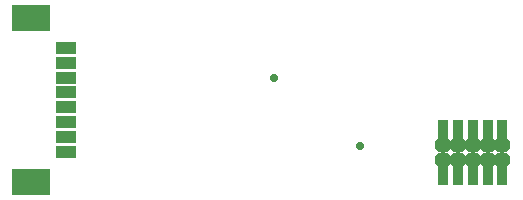
<source format=gts>
G04*
G04 #@! TF.GenerationSoftware,Altium Limited,Altium Designer,18.0.11 (651)*
G04*
G04 Layer_Color=8388736*
%FSLAX25Y25*%
%MOIN*%
G70*
G01*
G75*
%ADD14R,0.03359X0.08674*%
%ADD15R,0.07099X0.03950*%
%ADD16R,0.12611X0.09068*%
%ADD17C,0.05524*%
%ADD18C,0.02800*%
D14*
X157638Y24748D02*
D03*
X167559D02*
D03*
X162638D02*
D03*
X152638D02*
D03*
X147638D02*
D03*
X167559Y11748D02*
D03*
X162638D02*
D03*
X157638D02*
D03*
X152638D02*
D03*
X147638D02*
D03*
D15*
X22000Y18504D02*
D03*
Y23425D02*
D03*
Y28346D02*
D03*
Y33268D02*
D03*
Y38189D02*
D03*
Y43110D02*
D03*
Y48031D02*
D03*
Y52953D02*
D03*
D16*
X10583Y62992D02*
D03*
Y8465D02*
D03*
D17*
X147638Y20748D02*
D03*
Y15748D02*
D03*
X152638Y20748D02*
D03*
Y15748D02*
D03*
X157638Y20748D02*
D03*
Y15748D02*
D03*
X162638Y20748D02*
D03*
Y15748D02*
D03*
X167559Y20748D02*
D03*
Y15748D02*
D03*
D18*
X91500Y43000D02*
D03*
X120000Y20500D02*
D03*
M02*

</source>
